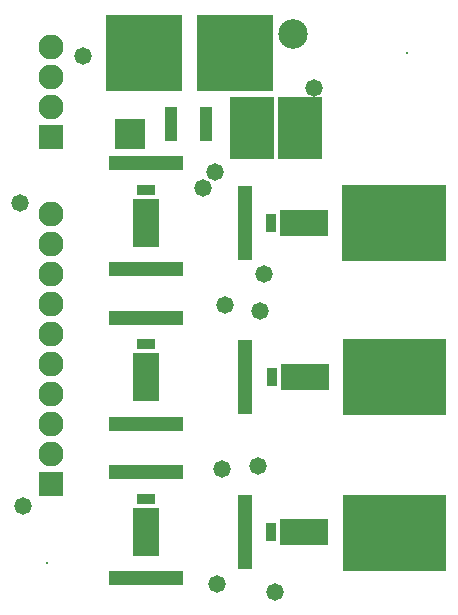
<source format=gbs>
G04 Layer_Color=16711935*
%FSAX24Y24*%
%MOIN*%
G70*
G01*
G75*
%ADD20C,0.0984*%
%ADD41R,0.0984X0.0984*%
%ADD50C,0.0830*%
%ADD51R,0.0830X0.0830*%
%ADD52C,0.0080*%
%ADD53C,0.0580*%
%ADD54R,0.2482X0.0513*%
%ADD55R,0.0867X0.1615*%
%ADD56R,0.0592X0.0356*%
%ADD57R,0.0513X0.2482*%
%ADD58R,0.1615X0.0867*%
%ADD59R,0.0356X0.0592*%
%ADD60R,0.0434X0.1143*%
%ADD61R,0.1460X0.2080*%
%ADD62R,0.2580X0.2580*%
%ADD63R,0.2580X0.2580*%
%ADD64R,0.1330X0.2580*%
%ADD65R,0.1230X0.2580*%
%ADD66R,0.1080X0.2580*%
D20*
X009700Y019150D02*
D03*
D41*
X004287Y015804D02*
D03*
D50*
X001650Y017700D02*
D03*
Y016700D02*
D03*
Y018700D02*
D03*
Y013150D02*
D03*
Y006150D02*
D03*
Y009150D02*
D03*
Y005150D02*
D03*
Y011150D02*
D03*
Y010150D02*
D03*
Y007150D02*
D03*
Y008150D02*
D03*
Y012150D02*
D03*
D51*
Y015700D02*
D03*
Y004150D02*
D03*
D52*
X001500Y001500D02*
D03*
X013500Y018500D02*
D03*
D53*
X002700Y018400D02*
D03*
X000600Y013500D02*
D03*
X000700Y003400D02*
D03*
X008550Y004750D02*
D03*
X009100Y000550D02*
D03*
X008750Y011150D02*
D03*
X008600Y009900D02*
D03*
X006700Y014000D02*
D03*
X007100Y014550D02*
D03*
X007186Y000814D02*
D03*
X010400Y017350D02*
D03*
X007450Y010100D02*
D03*
X007350Y004650D02*
D03*
D54*
X004800Y011295D02*
D03*
Y014838D02*
D03*
Y006143D02*
D03*
Y009686D02*
D03*
Y000995D02*
D03*
Y004538D02*
D03*
D55*
Y012850D02*
D03*
Y007698D02*
D03*
Y002550D02*
D03*
D56*
Y013952D02*
D03*
Y008800D02*
D03*
Y003652D02*
D03*
D57*
X011643Y012850D02*
D03*
X008100D02*
D03*
X011657Y007700D02*
D03*
X008114D02*
D03*
X011643Y002550D02*
D03*
X008100D02*
D03*
D58*
X010088Y012850D02*
D03*
X010102Y007700D02*
D03*
X010088Y002550D02*
D03*
D59*
X008986Y012850D02*
D03*
X009000Y007700D02*
D03*
X008986Y002550D02*
D03*
D60*
X005658Y016150D02*
D03*
X006800D02*
D03*
D61*
X009950Y016000D02*
D03*
X008330D02*
D03*
D62*
X013550Y002500D02*
D03*
Y007700D02*
D03*
Y012850D02*
D03*
D63*
X004750Y018500D02*
D03*
X007780D02*
D03*
D64*
X012025Y012850D02*
D03*
D65*
X011975Y007700D02*
D03*
D66*
X011900Y002500D02*
D03*
M02*

</source>
